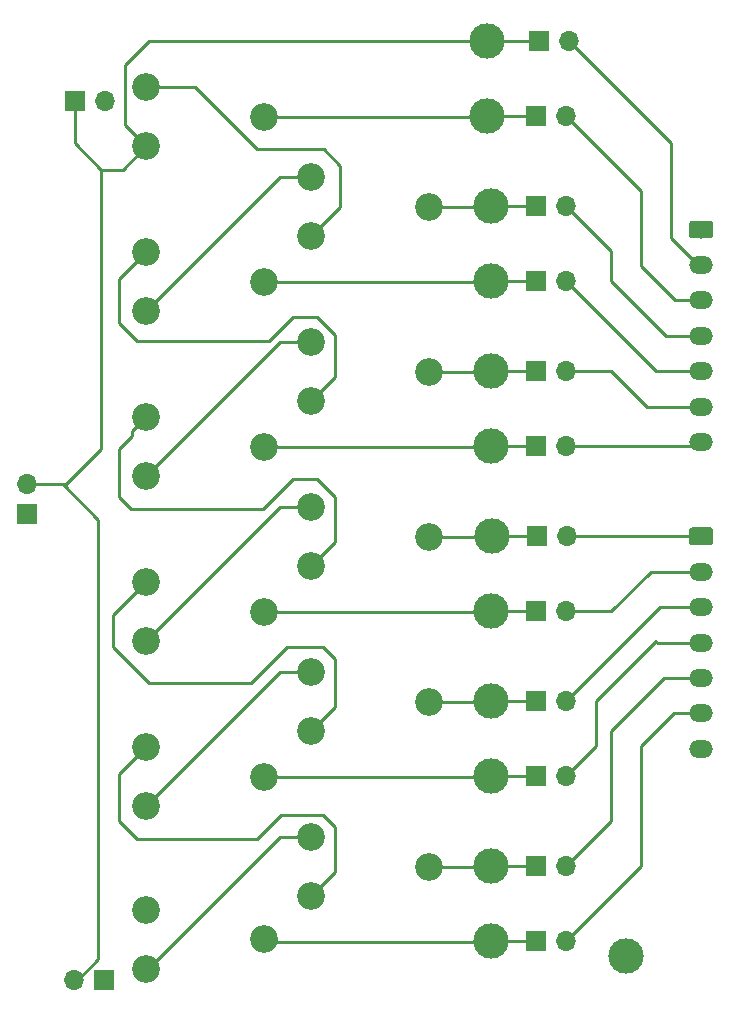
<source format=gbr>
G04 #@! TF.GenerationSoftware,KiCad,Pcbnew,(5.1.4)-1*
G04 #@! TF.CreationDate,2019-11-16T11:33:37-06:00*
G04 #@! TF.ProjectId,TestBoard,54657374-426f-4617-9264-2e6b69636164,rev?*
G04 #@! TF.SameCoordinates,Original*
G04 #@! TF.FileFunction,Copper,L1,Top*
G04 #@! TF.FilePolarity,Positive*
%FSLAX46Y46*%
G04 Gerber Fmt 4.6, Leading zero omitted, Abs format (unit mm)*
G04 Created by KiCad (PCBNEW (5.1.4)-1) date 2019-11-16 11:33:37*
%MOMM*%
%LPD*%
G04 APERTURE LIST*
%ADD10O,1.700000X1.700000*%
%ADD11R,1.700000X1.700000*%
%ADD12C,3.000000*%
%ADD13C,2.340000*%
%ADD14C,0.100000*%
%ADD15C,1.500000*%
%ADD16O,2.020000X1.500000*%
%ADD17C,0.250000*%
G04 APERTURE END LIST*
D10*
X181864000Y-30480000D03*
D11*
X179324000Y-30480000D03*
D10*
X136000000Y-67960000D03*
D11*
X136000000Y-70500000D03*
D10*
X142540000Y-35500000D03*
D11*
X140000000Y-35500000D03*
D10*
X139960000Y-109940000D03*
D11*
X142500000Y-109940000D03*
D12*
X186690000Y-107950000D03*
X174904400Y-30480000D03*
X175260000Y-106680000D03*
X175260000Y-100330000D03*
X175260000Y-92710000D03*
X175260000Y-86360000D03*
X175260000Y-78740000D03*
X175310800Y-72390000D03*
X175234600Y-64777620D03*
X175260000Y-58420000D03*
X175260000Y-50800000D03*
X175260000Y-44450000D03*
X174879000Y-36830000D03*
D13*
X146000000Y-104000000D03*
X156000000Y-106500000D03*
X146000000Y-109000000D03*
X160020000Y-97870000D03*
X170020000Y-100370000D03*
X160020000Y-102870000D03*
X146000000Y-90250000D03*
X156000000Y-92750000D03*
X146000000Y-95250000D03*
X160020000Y-83900000D03*
X170020000Y-86400000D03*
X160020000Y-88900000D03*
X146050000Y-76280000D03*
X156050000Y-78780000D03*
X146050000Y-81280000D03*
X160020000Y-69930000D03*
X170020000Y-72430000D03*
X160020000Y-74930000D03*
X146050000Y-62310000D03*
X156050000Y-64810000D03*
X146050000Y-67310000D03*
X160020000Y-55960000D03*
X170020000Y-58460000D03*
X160020000Y-60960000D03*
X146050000Y-48340000D03*
X156050000Y-50840000D03*
X146050000Y-53340000D03*
X160020000Y-46990000D03*
X170020000Y-44490000D03*
X160020000Y-41990000D03*
X146050000Y-39370000D03*
X156050000Y-36870000D03*
X146050000Y-34370000D03*
D11*
X179070000Y-106680000D03*
D10*
X181610000Y-106680000D03*
D11*
X179070000Y-100330000D03*
D10*
X181610000Y-100330000D03*
D11*
X179070000Y-92710000D03*
D10*
X181610000Y-92710000D03*
D11*
X179070000Y-86360000D03*
D10*
X181610000Y-86360000D03*
D11*
X179070000Y-78740000D03*
D10*
X181610000Y-78740000D03*
X181660800Y-72390000D03*
D11*
X179120800Y-72390000D03*
X179044600Y-64777620D03*
D10*
X181584600Y-64777620D03*
D11*
X179070000Y-58420000D03*
D10*
X181610000Y-58420000D03*
D11*
X179070000Y-50800000D03*
D10*
X181610000Y-50800000D03*
D11*
X179070000Y-44450000D03*
D10*
X181610000Y-44450000D03*
D11*
X179070000Y-36830000D03*
D10*
X181610000Y-36830000D03*
D14*
G36*
X193824504Y-45671204D02*
G01*
X193848773Y-45674804D01*
X193872571Y-45680765D01*
X193895671Y-45689030D01*
X193917849Y-45699520D01*
X193938893Y-45712133D01*
X193958598Y-45726747D01*
X193976777Y-45743223D01*
X193993253Y-45761402D01*
X194007867Y-45781107D01*
X194020480Y-45802151D01*
X194030970Y-45824329D01*
X194039235Y-45847429D01*
X194045196Y-45871227D01*
X194048796Y-45895496D01*
X194050000Y-45920000D01*
X194050000Y-46920000D01*
X194048796Y-46944504D01*
X194045196Y-46968773D01*
X194039235Y-46992571D01*
X194030970Y-47015671D01*
X194020480Y-47037849D01*
X194007867Y-47058893D01*
X193993253Y-47078598D01*
X193976777Y-47096777D01*
X193958598Y-47113253D01*
X193938893Y-47127867D01*
X193917849Y-47140480D01*
X193895671Y-47150970D01*
X193872571Y-47159235D01*
X193848773Y-47165196D01*
X193824504Y-47168796D01*
X193800000Y-47170000D01*
X192280000Y-47170000D01*
X192255496Y-47168796D01*
X192231227Y-47165196D01*
X192207429Y-47159235D01*
X192184329Y-47150970D01*
X192162151Y-47140480D01*
X192141107Y-47127867D01*
X192121402Y-47113253D01*
X192103223Y-47096777D01*
X192086747Y-47078598D01*
X192072133Y-47058893D01*
X192059520Y-47037849D01*
X192049030Y-47015671D01*
X192040765Y-46992571D01*
X192034804Y-46968773D01*
X192031204Y-46944504D01*
X192030000Y-46920000D01*
X192030000Y-45920000D01*
X192031204Y-45895496D01*
X192034804Y-45871227D01*
X192040765Y-45847429D01*
X192049030Y-45824329D01*
X192059520Y-45802151D01*
X192072133Y-45781107D01*
X192086747Y-45761402D01*
X192103223Y-45743223D01*
X192121402Y-45726747D01*
X192141107Y-45712133D01*
X192162151Y-45699520D01*
X192184329Y-45689030D01*
X192207429Y-45680765D01*
X192231227Y-45674804D01*
X192255496Y-45671204D01*
X192280000Y-45670000D01*
X193800000Y-45670000D01*
X193824504Y-45671204D01*
X193824504Y-45671204D01*
G37*
D15*
X193040000Y-46420000D03*
D16*
X193040000Y-49420000D03*
X193040000Y-52420000D03*
X193040000Y-55420000D03*
X193040000Y-58420000D03*
X193040000Y-61420000D03*
X193040000Y-64420000D03*
X193040000Y-90390000D03*
X193040000Y-87390000D03*
X193040000Y-84390000D03*
X193040000Y-81390000D03*
X193040000Y-78390000D03*
X193040000Y-75390000D03*
D14*
G36*
X193824504Y-71641204D02*
G01*
X193848773Y-71644804D01*
X193872571Y-71650765D01*
X193895671Y-71659030D01*
X193917849Y-71669520D01*
X193938893Y-71682133D01*
X193958598Y-71696747D01*
X193976777Y-71713223D01*
X193993253Y-71731402D01*
X194007867Y-71751107D01*
X194020480Y-71772151D01*
X194030970Y-71794329D01*
X194039235Y-71817429D01*
X194045196Y-71841227D01*
X194048796Y-71865496D01*
X194050000Y-71890000D01*
X194050000Y-72890000D01*
X194048796Y-72914504D01*
X194045196Y-72938773D01*
X194039235Y-72962571D01*
X194030970Y-72985671D01*
X194020480Y-73007849D01*
X194007867Y-73028893D01*
X193993253Y-73048598D01*
X193976777Y-73066777D01*
X193958598Y-73083253D01*
X193938893Y-73097867D01*
X193917849Y-73110480D01*
X193895671Y-73120970D01*
X193872571Y-73129235D01*
X193848773Y-73135196D01*
X193824504Y-73138796D01*
X193800000Y-73140000D01*
X192280000Y-73140000D01*
X192255496Y-73138796D01*
X192231227Y-73135196D01*
X192207429Y-73129235D01*
X192184329Y-73120970D01*
X192162151Y-73110480D01*
X192141107Y-73097867D01*
X192121402Y-73083253D01*
X192103223Y-73066777D01*
X192086747Y-73048598D01*
X192072133Y-73028893D01*
X192059520Y-73007849D01*
X192049030Y-72985671D01*
X192040765Y-72962571D01*
X192034804Y-72938773D01*
X192031204Y-72914504D01*
X192030000Y-72890000D01*
X192030000Y-71890000D01*
X192031204Y-71865496D01*
X192034804Y-71841227D01*
X192040765Y-71817429D01*
X192049030Y-71794329D01*
X192059520Y-71772151D01*
X192072133Y-71751107D01*
X192086747Y-71731402D01*
X192103223Y-71713223D01*
X192121402Y-71696747D01*
X192141107Y-71682133D01*
X192162151Y-71669520D01*
X192184329Y-71659030D01*
X192207429Y-71650765D01*
X192231227Y-71644804D01*
X192255496Y-71641204D01*
X192280000Y-71640000D01*
X193800000Y-71640000D01*
X193824504Y-71641204D01*
X193824504Y-71641204D01*
G37*
D15*
X193040000Y-72390000D03*
D17*
X192682380Y-64777620D02*
X193040000Y-64420000D01*
X181584600Y-64777620D02*
X192682380Y-64777620D01*
X181610000Y-58420000D02*
X185420000Y-58420000D01*
X188420000Y-61420000D02*
X193040000Y-61420000D01*
X185420000Y-58420000D02*
X188420000Y-61420000D01*
X181610000Y-50800000D02*
X189230000Y-58420000D01*
X189230000Y-58420000D02*
X193040000Y-58420000D01*
X190040000Y-55420000D02*
X193040000Y-55420000D01*
X185420000Y-50800000D02*
X190040000Y-55420000D01*
X181610000Y-44450000D02*
X185420000Y-48260000D01*
X185420000Y-48260000D02*
X185420000Y-50800000D01*
X181610000Y-36830000D02*
X187960000Y-43180000D01*
X187960000Y-43180000D02*
X187960000Y-49530000D01*
X190850000Y-52420000D02*
X193040000Y-52420000D01*
X187960000Y-49530000D02*
X190850000Y-52420000D01*
X139280000Y-67960000D02*
X142240000Y-65000000D01*
X136000000Y-67960000D02*
X139280000Y-67960000D01*
X142000000Y-108210000D02*
X140270000Y-109940000D01*
X139000000Y-68000000D02*
X142000000Y-71000000D01*
X142000000Y-71000000D02*
X142000000Y-108210000D01*
X142240000Y-41340000D02*
X142240000Y-44240000D01*
X140000000Y-39100000D02*
X142240000Y-41340000D01*
X140000000Y-38000000D02*
X140000000Y-39100000D01*
X142240000Y-65000000D02*
X142240000Y-44240000D01*
X142240000Y-44240000D02*
X142240000Y-43180000D01*
X144080000Y-41340000D02*
X146050000Y-39370000D01*
X142240000Y-41340000D02*
X144080000Y-41340000D01*
X144272000Y-37592000D02*
X146050000Y-39370000D01*
X144272000Y-32512000D02*
X144272000Y-37592000D01*
X140000000Y-38000000D02*
X140000000Y-35500000D01*
X179324000Y-30480000D02*
X174879000Y-30480000D01*
X146304000Y-30480000D02*
X144272000Y-32512000D01*
X174879000Y-30480000D02*
X146304000Y-30480000D01*
X189930000Y-84390000D02*
X193040000Y-84390000D01*
X185420000Y-88900000D02*
X189930000Y-84390000D01*
X181610000Y-100330000D02*
X185420000Y-96520000D01*
X185420000Y-96520000D02*
X185420000Y-88900000D01*
X181610000Y-92710000D02*
X184150000Y-90170000D01*
X184150000Y-90170000D02*
X184150000Y-86360000D01*
X184150000Y-86360000D02*
X189230000Y-81280000D01*
X189340000Y-81390000D02*
X193040000Y-81390000D01*
X189230000Y-81280000D02*
X189340000Y-81390000D01*
X189580000Y-78390000D02*
X193040000Y-78390000D01*
X181610000Y-86360000D02*
X189580000Y-78390000D01*
X181610000Y-78740000D02*
X185420000Y-78740000D01*
X188770000Y-75390000D02*
X193040000Y-75390000D01*
X185420000Y-78740000D02*
X188770000Y-75390000D01*
X181660800Y-72390000D02*
X193040000Y-72390000D01*
X174839000Y-36870000D02*
X174879000Y-36830000D01*
X156050000Y-36870000D02*
X174839000Y-36870000D01*
X174879000Y-36830000D02*
X179070000Y-36830000D01*
X175220000Y-44490000D02*
X175260000Y-44450000D01*
X170020000Y-44490000D02*
X175220000Y-44490000D01*
X175260000Y-44450000D02*
X179070000Y-44450000D01*
X175220000Y-50840000D02*
X175260000Y-50800000D01*
X156050000Y-50840000D02*
X175220000Y-50840000D01*
X175260000Y-50800000D02*
X179070000Y-50800000D01*
X175220000Y-58460000D02*
X175260000Y-58420000D01*
X170020000Y-58460000D02*
X175220000Y-58460000D01*
X175260000Y-58420000D02*
X179070000Y-58420000D01*
X175202220Y-64810000D02*
X175234600Y-64777620D01*
X156050000Y-64810000D02*
X175202220Y-64810000D01*
X177944600Y-64777620D02*
X175234600Y-64777620D01*
X179044600Y-64777620D02*
X177944600Y-64777620D01*
X175270800Y-72430000D02*
X175310800Y-72390000D01*
X170020000Y-72430000D02*
X175270800Y-72430000D01*
X175310800Y-72390000D02*
X179120800Y-72390000D01*
X175220000Y-78780000D02*
X175260000Y-78740000D01*
X156050000Y-78780000D02*
X175220000Y-78780000D01*
X175260000Y-78740000D02*
X179070000Y-78740000D01*
X175220000Y-86400000D02*
X175260000Y-86360000D01*
X170020000Y-86400000D02*
X175220000Y-86400000D01*
X175260000Y-86360000D02*
X179070000Y-86360000D01*
X175220000Y-92750000D02*
X175260000Y-92710000D01*
X156050000Y-92750000D02*
X175220000Y-92750000D01*
X175260000Y-92710000D02*
X179070000Y-92710000D01*
X175220000Y-100370000D02*
X175260000Y-100330000D01*
X170020000Y-100370000D02*
X175220000Y-100370000D01*
X177970000Y-100330000D02*
X175260000Y-100330000D01*
X179070000Y-100330000D02*
X177970000Y-100330000D01*
X175220000Y-106720000D02*
X175260000Y-106680000D01*
X156050000Y-106720000D02*
X175220000Y-106720000D01*
X175260000Y-106680000D02*
X179070000Y-106680000D01*
X162500000Y-44510000D02*
X160020000Y-46990000D01*
X162500000Y-41000000D02*
X162500000Y-44510000D01*
X161124000Y-39624000D02*
X162500000Y-41000000D01*
X155448000Y-39624000D02*
X161124000Y-39624000D01*
X146050000Y-34370000D02*
X150194000Y-34370000D01*
X150194000Y-34370000D02*
X155448000Y-39624000D01*
X157400000Y-41990000D02*
X146050000Y-53340000D01*
X160020000Y-41990000D02*
X157400000Y-41990000D01*
X162052000Y-58928000D02*
X160020000Y-60960000D01*
X162052000Y-55372000D02*
X162052000Y-58928000D01*
X160528000Y-53848000D02*
X162052000Y-55372000D01*
X143764000Y-50626000D02*
X143764000Y-54356000D01*
X146050000Y-48340000D02*
X143764000Y-50626000D01*
X143764000Y-54356000D02*
X145288000Y-55880000D01*
X145288000Y-55880000D02*
X156464000Y-55880000D01*
X156464000Y-55880000D02*
X158496000Y-53848000D01*
X158496000Y-53848000D02*
X160528000Y-53848000D01*
X157400000Y-55960000D02*
X145796000Y-67564000D01*
X160020000Y-55960000D02*
X157400000Y-55960000D01*
X145796000Y-67564000D02*
X146050000Y-67310000D01*
X144880001Y-63479999D02*
X144880001Y-63907999D01*
X146050000Y-62310000D02*
X144880001Y-63479999D01*
X144880001Y-63907999D02*
X143764000Y-65024000D01*
X143764000Y-65024000D02*
X143764000Y-69088000D01*
X143764000Y-69088000D02*
X144780000Y-70104000D01*
X144780000Y-70104000D02*
X155956000Y-70104000D01*
X155956000Y-70104000D02*
X158496000Y-67564000D01*
X158496000Y-67564000D02*
X160528000Y-67564000D01*
X160528000Y-67564000D02*
X162052000Y-69088000D01*
X162052000Y-72898000D02*
X160020000Y-74930000D01*
X162052000Y-69088000D02*
X162052000Y-72898000D01*
X157400000Y-69930000D02*
X146050000Y-81280000D01*
X160020000Y-69930000D02*
X157400000Y-69930000D01*
X146050000Y-76280000D02*
X143256000Y-79074000D01*
X143256000Y-79074000D02*
X143256000Y-81788000D01*
X146304000Y-84836000D02*
X154940000Y-84836000D01*
X143256000Y-81788000D02*
X146304000Y-84836000D01*
X154940000Y-84836000D02*
X157988000Y-81788000D01*
X157988000Y-81788000D02*
X161036000Y-81788000D01*
X161036000Y-81788000D02*
X162052000Y-82804000D01*
X162052000Y-86868000D02*
X160020000Y-88900000D01*
X162052000Y-82804000D02*
X162052000Y-86868000D01*
X157400000Y-83900000D02*
X146050000Y-95250000D01*
X160020000Y-83900000D02*
X157400000Y-83900000D01*
X146050000Y-90250000D02*
X143764000Y-92536000D01*
X143764000Y-92536000D02*
X143764000Y-96520000D01*
X143764000Y-96520000D02*
X145288000Y-98044000D01*
X145288000Y-98044000D02*
X155448000Y-98044000D01*
X155448000Y-98044000D02*
X157480000Y-96012000D01*
X162052000Y-100838000D02*
X160020000Y-102870000D01*
X162052000Y-97028000D02*
X162052000Y-100838000D01*
X161036000Y-96012000D02*
X162052000Y-97028000D01*
X157480000Y-96012000D02*
X161036000Y-96012000D01*
X157400000Y-97870000D02*
X146050000Y-109220000D01*
X160020000Y-97870000D02*
X157400000Y-97870000D01*
X181610000Y-106680000D02*
X187960000Y-100330000D01*
X187960000Y-100330000D02*
X187960000Y-90170000D01*
X190740000Y-87390000D02*
X193040000Y-87390000D01*
X187960000Y-90170000D02*
X190740000Y-87390000D01*
X193040000Y-49420000D02*
X192780000Y-49420000D01*
X192780000Y-49420000D02*
X190500000Y-47140000D01*
X190500000Y-39116000D02*
X181864000Y-30480000D01*
X190500000Y-47140000D02*
X190500000Y-39116000D01*
M02*

</source>
